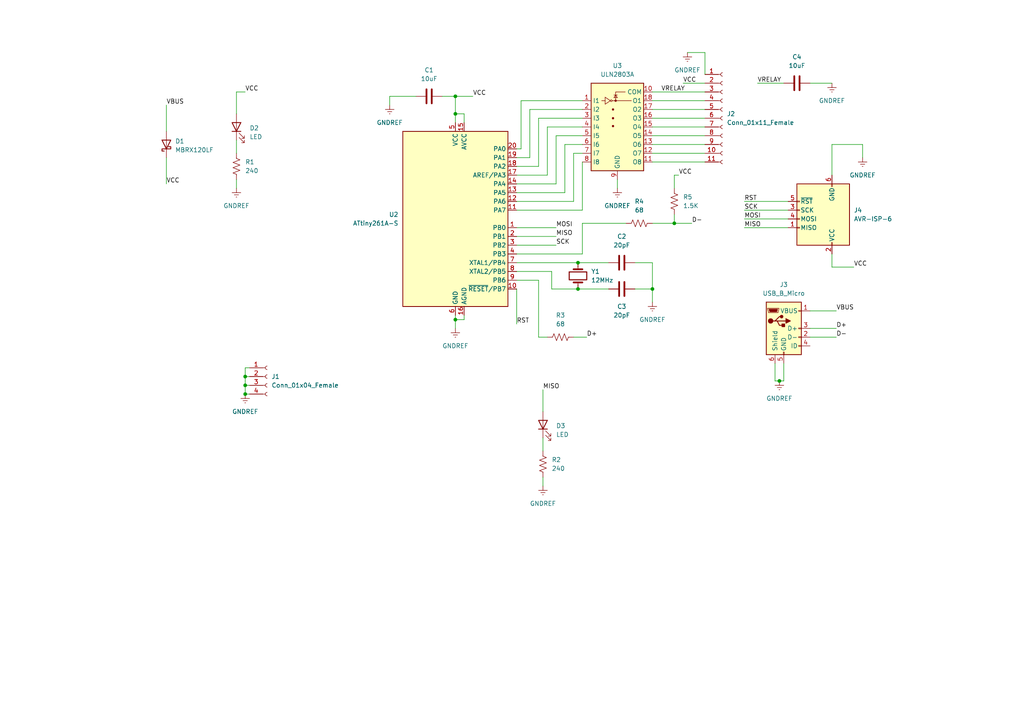
<source format=kicad_sch>
(kicad_sch (version 20211123) (generator eeschema)
  (paper "A4")
  (lib_symbols
    (symbol "Connector:AVR-ISP-6" (pin_names (offset 1.016))
      (property "Reference" "J" (at -6.35 11.43 0))
      (property "Value" "AVR-ISP-6" (at 0 11.43 0))
      (symbol "AVR-ISP-6_0_1"
        (rectangle (start -2.667 -6.858) (end -2.413 -7.62))
        (rectangle (start -2.667 10.16) (end -2.413 9.398))
        (rectangle (start 7.62 -2.413) (end 6.858 -2.667))
        (rectangle (start 7.62 0.127) (end 6.858 -0.127))
        (rectangle (start 7.62 2.667) (end 6.858 2.413))
        (rectangle (start 7.62 5.207) (end 6.858 4.953))
        (rectangle (start 7.62 10.16) (end -7.62 -7.62) (stroke (width 0.254)) (fill (type background)))
      )
      (symbol "AVR-ISP-6_1_1"
        (pin passive line (at 10.16 5.08 180) (length 2.54) (name "MISO") (number "1"))
        (pin passive line (at -2.54 12.7 270) (length 2.54) (name "VCC") (number "2"))
        (pin passive line (at 10.16 0 180) (length 2.54) (name "SCK") (number "3"))
        (pin passive line (at 10.16 2.54 180) (length 2.54) (name "MOSI") (number "4"))
        (pin passive line (at 10.16 -2.54 180) (length 2.54) (name "~{RST}") (number "5"))
        (pin passive line (at -2.54 -10.16 90) (length 2.54) (name "GND") (number "6"))
      )
    )
    (symbol "Connector:Conn_01x04_Female" (pin_names (offset 1.016) hide)
      (property "Reference" "J" (at 0 5.08 0))
      (property "Value" "Conn_01x04_Female" (at 0 -7.62 0))
      (symbol "Conn_01x04_Female_1_1"
        (arc (start 0 -4.572) (mid -0.508 -5.08) (end 0 -5.588) (stroke (width 0.1524)))
        (arc (start 0 -2.032) (mid -0.508 -2.54) (end 0 -3.048) (stroke (width 0.1524)))
        (polyline (pts (xy -1.27 -5.08) (xy -0.508 -5.08)) (stroke (width 0.1524)))
        (polyline (pts (xy -1.27 -2.54) (xy -0.508 -2.54)) (stroke (width 0.1524)))
        (polyline (pts (xy -1.27 0) (xy -0.508 0)) (stroke (width 0.1524)))
        (polyline (pts (xy -1.27 2.54) (xy -0.508 2.54)) (stroke (width 0.1524)))
        (arc (start 0 0.508) (mid -0.508 0) (end 0 -0.508) (stroke (width 0.1524)))
        (arc (start 0 3.048) (mid -0.508 2.54) (end 0 2.032) (stroke (width 0.1524)))
        (pin passive line (at -5.08 2.54 0) (length 3.81) (name "Pin_1") (number "1"))
        (pin passive line (at -5.08 0 0) (length 3.81) (name "Pin_2") (number "2"))
        (pin passive line (at -5.08 -2.54 0) (length 3.81) (name "Pin_3") (number "3"))
        (pin passive line (at -5.08 -5.08 0) (length 3.81) (name "Pin_4") (number "4"))
      )
    )
    (symbol "Connector:Conn_01x11_Female" (pin_names (offset 1.016) hide)
      (property "Reference" "J" (at 0 15.24 0))
      (property "Value" "Conn_01x11_Female" (at 0 -15.24 0))
      (symbol "Conn_01x11_Female_1_1"
        (arc (start 0 -12.192) (mid -0.508 -12.7) (end 0 -13.208) (stroke (width 0.1524)))
        (arc (start 0 -9.652) (mid -0.508 -10.16) (end 0 -10.668) (stroke (width 0.1524)))
        (arc (start 0 -7.112) (mid -0.508 -7.62) (end 0 -8.128) (stroke (width 0.1524)))
        (arc (start 0 -4.572) (mid -0.508 -5.08) (end 0 -5.588) (stroke (width 0.1524)))
        (arc (start 0 -2.032) (mid -0.508 -2.54) (end 0 -3.048) (stroke (width 0.1524)))
        (polyline (pts (xy -1.27 -12.7) (xy -0.508 -12.7)) (stroke (width 0.1524)))
        (polyline (pts (xy -1.27 -10.16) (xy -0.508 -10.16)) (stroke (width 0.1524)))
        (polyline (pts (xy -1.27 -7.62) (xy -0.508 -7.62)) (stroke (width 0.1524)))
        (polyline (pts (xy -1.27 -5.08) (xy -0.508 -5.08)) (stroke (width 0.1524)))
        (polyline (pts (xy -1.27 -2.54) (xy -0.508 -2.54)) (stroke (width 0.1524)))
        (polyline (pts (xy -1.27 0) (xy -0.508 0)) (stroke (width 0.1524)))
        (polyline (pts (xy -1.27 2.54) (xy -0.508 2.54)) (stroke (width 0.1524)))
        (polyline (pts (xy -1.27 5.08) (xy -0.508 5.08)) (stroke (width 0.1524)))
        (polyline (pts (xy -1.27 7.62) (xy -0.508 7.62)) (stroke (width 0.1524)))
        (polyline (pts (xy -1.27 10.16) (xy -0.508 10.16)) (stroke (width 0.1524)))
        (polyline (pts (xy -1.27 12.7) (xy -0.508 12.7)) (stroke (width 0.1524)))
        (arc (start 0 0.508) (mid -0.508 0) (end 0 -0.508) (stroke (width 0.1524)))
        (arc (start 0 3.048) (mid -0.508 2.54) (end 0 2.032) (stroke (width 0.1524)))
        (arc (start 0 5.588) (mid -0.508 5.08) (end 0 4.572) (stroke (width 0.1524)))
        (arc (start 0 8.128) (mid -0.508 7.62) (end 0 7.112) (stroke (width 0.1524)))
        (arc (start 0 10.668) (mid -0.508 10.16) (end 0 9.652) (stroke (width 0.1524)))
        (arc (start 0 13.208) (mid -0.508 12.7) (end 0 12.192) (stroke (width 0.1524)))
        (pin passive line (at -5.08 12.7 0) (length 3.81) (name "Pin_1") (number "1"))
        (pin passive line (at -5.08 -10.16 0) (length 3.81) (name "Pin_10") (number "10"))
        (pin passive line (at -5.08 -12.7 0) (length 3.81) (name "Pin_11") (number "11"))
        (pin passive line (at -5.08 10.16 0) (length 3.81) (name "Pin_2") (number "2"))
        (pin passive line (at -5.08 7.62 0) (length 3.81) (name "Pin_3") (number "3"))
        (pin passive line (at -5.08 5.08 0) (length 3.81) (name "Pin_4") (number "4"))
        (pin passive line (at -5.08 2.54 0) (length 3.81) (name "Pin_5") (number "5"))
        (pin passive line (at -5.08 0 0) (length 3.81) (name "Pin_6") (number "6"))
        (pin passive line (at -5.08 -2.54 0) (length 3.81) (name "Pin_7") (number "7"))
        (pin passive line (at -5.08 -5.08 0) (length 3.81) (name "Pin_8") (number "8"))
        (pin passive line (at -5.08 -7.62 0) (length 3.81) (name "Pin_9") (number "9"))
      )
    )
    (symbol "Connector:USB_B_Micro" (pin_names (offset 1.016))
      (property "Reference" "J" (at -5.08 11.43 0))
      (property "Value" "USB_B_Micro" (at -5.08 8.89 0))
      (symbol "USB_B_Micro_0_1"
        (rectangle (start -5.08 -7.62) (end 5.08 7.62) (stroke (width 0.254)) (fill (type background)))
        (circle (center -3.81 2.159) (radius 0.635) (stroke (width 0.254)) (fill (type outline)))
        (circle (center -0.635 3.429) (radius 0.381) (stroke (width 0.254)) (fill (type outline)))
        (rectangle (start -0.127 -7.62) (end 0.127 -6.858))
        (polyline (pts (xy -1.905 2.159) (xy 0.635 2.159)) (stroke (width 0.254)))
        (polyline (pts (xy -3.175 2.159) (xy -2.54 2.159) (xy -1.27 3.429) (xy -0.635 3.429)) (stroke (width 0.254)))
        (polyline (pts (xy -2.54 2.159) (xy -1.905 2.159) (xy -1.27 0.889) (xy 0 0.889)) (stroke (width 0.254)))
        (polyline (pts (xy 0.635 2.794) (xy 0.635 1.524) (xy 1.905 2.159) (xy 0.635 2.794)) (stroke (width 0.254)) (fill (type outline)))
        (polyline (pts (xy -4.318 5.588) (xy -1.778 5.588) (xy -2.032 4.826) (xy -4.064 4.826) (xy -4.318 5.588)) (fill (type outline)))
        (polyline (pts (xy -4.699 5.842) (xy -4.699 5.588) (xy -4.445 4.826) (xy -4.445 4.572) (xy -1.651 4.572) (xy -1.651 4.826) (xy -1.397 5.588) (xy -1.397 5.842) (xy -4.699 5.842)))
        (rectangle (start 0.254 1.27) (end -0.508 0.508) (stroke (width 0.254)) (fill (type outline)))
        (rectangle (start 5.08 -5.207) (end 4.318 -4.953))
        (rectangle (start 5.08 -2.667) (end 4.318 -2.413))
        (rectangle (start 5.08 -0.127) (end 4.318 0.127))
        (rectangle (start 5.08 4.953) (end 4.318 5.207))
      )
      (symbol "USB_B_Micro_1_1"
        (pin power_out line (at 7.62 5.08 180) (length 2.54) (name "VBUS") (number "1"))
        (pin bidirectional line (at 7.62 -2.54 180) (length 2.54) (name "D-") (number "2"))
        (pin bidirectional line (at 7.62 0 180) (length 2.54) (name "D+") (number "3"))
        (pin passive line (at 7.62 -5.08 180) (length 2.54) (name "ID") (number "4"))
        (pin power_out line (at 0 -10.16 90) (length 2.54) (name "GND") (number "5"))
        (pin passive line (at -2.54 -10.16 90) (length 2.54) (name "Shield") (number "6"))
      )
    )
    (symbol "Device:C" (pin_numbers hide) (pin_names (offset 0.254))
      (property "Reference" "C" (at 0.635 2.54 0))
      (property "Value" "C" (at 0.635 -2.54 0))
      (symbol "C_0_1"
        (polyline (pts (xy -2.032 -0.762) (xy 2.032 -0.762)) (stroke (width 0.508)))
        (polyline (pts (xy -2.032 0.762) (xy 2.032 0.762)) (stroke (width 0.508)))
      )
      (symbol "C_1_1"
        (pin passive line (at 0 3.81 270) (length 2.794) (name "~") (number "1"))
        (pin passive line (at 0 -3.81 90) (length 2.794) (name "~") (number "2"))
      )
    )
    (symbol "Device:Crystal" (pin_numbers hide) (pin_names (offset 1.016) hide)
      (property "Reference" "Y" (at 0 3.81 0))
      (property "Value" "Crystal" (at 0 -3.81 0))
      (symbol "Crystal_0_1"
        (rectangle (start -1.143 2.54) (end 1.143 -2.54) (stroke (width 0.3048)))
        (polyline (pts (xy -2.54 0) (xy -1.905 0)))
        (polyline (pts (xy -1.905 -1.27) (xy -1.905 1.27)) (stroke (width 0.508)))
        (polyline (pts (xy 1.905 -1.27) (xy 1.905 1.27)) (stroke (width 0.508)))
        (polyline (pts (xy 2.54 0) (xy 1.905 0)))
      )
      (symbol "Crystal_1_1"
        (pin passive line (at -3.81 0 0) (length 1.27) (name "1") (number "1"))
        (pin passive line (at 3.81 0 180) (length 1.27) (name "2") (number "2"))
      )
    )
    (symbol "Device:D_Schottky" (pin_numbers hide) (pin_names (offset 1.016) hide)
      (property "Reference" "D" (at 0 2.54 0))
      (property "Value" "D_Schottky" (at 0 -2.54 0))
      (symbol "D_Schottky_0_1"
        (polyline (pts (xy 1.27 0) (xy -1.27 0)))
        (polyline (pts (xy 1.27 1.27) (xy 1.27 -1.27) (xy -1.27 0) (xy 1.27 1.27)) (stroke (width 0.254)))
        (polyline (pts (xy -1.905 0.635) (xy -1.905 1.27) (xy -1.27 1.27) (xy -1.27 -1.27) (xy -0.635 -1.27) (xy -0.635 -0.635)) (stroke (width 0.254)))
      )
      (symbol "D_Schottky_1_1"
        (pin passive line (at -3.81 0 0) (length 2.54) (name "K") (number "1"))
        (pin passive line (at 3.81 0 180) (length 2.54) (name "A") (number "2"))
      )
    )
    (symbol "Device:LED" (pin_numbers hide) (pin_names (offset 1.016) hide)
      (property "Reference" "D" (at 0 2.54 0))
      (property "Value" "LED" (at 0 -2.54 0))
      (symbol "LED_0_1"
        (polyline (pts (xy -1.27 -1.27) (xy -1.27 1.27)) (stroke (width 0.254)))
        (polyline (pts (xy -1.27 0) (xy 1.27 0)))
        (polyline (pts (xy 1.27 -1.27) (xy 1.27 1.27) (xy -1.27 0) (xy 1.27 -1.27)) (stroke (width 0.254)))
        (polyline (pts (xy -3.048 -0.762) (xy -4.572 -2.286) (xy -3.81 -2.286) (xy -4.572 -2.286) (xy -4.572 -1.524)))
        (polyline (pts (xy -1.778 -0.762) (xy -3.302 -2.286) (xy -2.54 -2.286) (xy -3.302 -2.286) (xy -3.302 -1.524)))
      )
      (symbol "LED_1_1"
        (pin passive line (at -3.81 0 0) (length 2.54) (name "K") (number "1"))
        (pin passive line (at 3.81 0 180) (length 2.54) (name "A") (number "2"))
      )
    )
    (symbol "Device:R_US" (pin_numbers hide) (pin_names (offset 0))
      (property "Reference" "R" (at 2.54 0 90))
      (property "Value" "R_US" (at -2.54 0 90))
      (symbol "R_US_0_1"
        (polyline (pts (xy 0 -2.286) (xy 0 -2.54)))
        (polyline (pts (xy 0 2.286) (xy 0 2.54)))
        (polyline (pts (xy 0 -0.762) (xy 1.016 -1.143) (xy 0 -1.524) (xy -1.016 -1.905) (xy 0 -2.286)))
        (polyline (pts (xy 0 0.762) (xy 1.016 0.381) (xy 0 0) (xy -1.016 -0.381) (xy 0 -0.762)))
        (polyline (pts (xy 0 2.286) (xy 1.016 1.905) (xy 0 1.524) (xy -1.016 1.143) (xy 0 0.762)))
      )
      (symbol "R_US_1_1"
        (pin passive line (at 0 3.81 270) (length 1.27) (name "~") (number "1"))
        (pin passive line (at 0 -3.81 90) (length 1.27) (name "~") (number "2"))
      )
    )
    (symbol "MCU_Microchip_ATtiny:ATtiny261A-S"
      (property "Reference" "U" (at -15.24 26.67 0))
      (property "Value" "ATtiny261A-S" (at 5.08 -26.67 0))
      (symbol "ATtiny261A-S_0_1"
        (rectangle (start -15.24 -25.4) (end 15.24 25.4) (stroke (width 0.254)) (fill (type background)))
      )
      (symbol "ATtiny261A-S_1_1"
        (pin bidirectional line (at 17.78 -2.54 180) (length 2.54) (name "PB0") (number "1"))
        (pin bidirectional line (at 17.78 -20.32 180) (length 2.54) (name "~{RESET}/PB7") (number "10"))
        (pin bidirectional line (at 17.78 2.54 180) (length 2.54) (name "PA7") (number "11"))
        (pin bidirectional line (at 17.78 5.08 180) (length 2.54) (name "PA6") (number "12"))
        (pin bidirectional line (at 17.78 7.62 180) (length 2.54) (name "PA5") (number "13"))
        (pin bidirectional line (at 17.78 10.16 180) (length 2.54) (name "PA4") (number "14"))
        (pin power_in line (at 2.54 27.94 270) (length 2.54) (name "AVCC") (number "15"))
        (pin power_in line (at 2.54 -27.94 90) (length 2.54) (name "AGND") (number "16"))
        (pin bidirectional line (at 17.78 12.7 180) (length 2.54) (name "AREF/PA3") (number "17"))
        (pin bidirectional line (at 17.78 15.24 180) (length 2.54) (name "PA2") (number "18"))
        (pin bidirectional line (at 17.78 17.78 180) (length 2.54) (name "PA1") (number "19"))
        (pin bidirectional line (at 17.78 -5.08 180) (length 2.54) (name "PB1") (number "2"))
        (pin bidirectional line (at 17.78 20.32 180) (length 2.54) (name "PA0") (number "20"))
        (pin bidirectional line (at 17.78 -7.62 180) (length 2.54) (name "PB2") (number "3"))
        (pin bidirectional line (at 17.78 -10.16 180) (length 2.54) (name "PB3") (number "4"))
        (pin power_in line (at 0 27.94 270) (length 2.54) (name "VCC") (number "5"))
        (pin power_in line (at 0 -27.94 90) (length 2.54) (name "GND") (number "6"))
        (pin bidirectional line (at 17.78 -12.7 180) (length 2.54) (name "XTAL1/PB4") (number "7"))
        (pin bidirectional line (at 17.78 -15.24 180) (length 2.54) (name "XTAL2/PB5") (number "8"))
        (pin bidirectional line (at 17.78 -17.78 180) (length 2.54) (name "PB6") (number "9"))
      )
    )
    (symbol "Transistor_Array:ULN2803A"
      (property "Reference" "U" (at 0 13.335 0))
      (property "Value" "ULN2803A" (at 0 11.43 0))
      (symbol "ULN2803A_0_1"
        (rectangle (start -7.62 -15.24) (end 7.62 10.16) (stroke (width 0.254)) (fill (type background)))
        (circle (center -1.778 5.08) (radius 0.254))
        (circle (center -1.27 -2.286) (radius 0.254) (fill (type outline)))
        (circle (center -1.27 0) (radius 0.254) (fill (type outline)))
        (circle (center -1.27 2.54) (radius 0.254) (fill (type outline)))
        (circle (center -0.508 5.08) (radius 0.254) (fill (type outline)))
        (polyline (pts (xy -4.572 5.08) (xy -3.556 5.08)))
        (polyline (pts (xy -1.524 5.08) (xy 4.064 5.08)))
        (polyline (pts (xy 0 6.731) (xy -1.016 6.731)))
        (polyline (pts (xy -0.508 5.08) (xy -0.508 7.62) (xy 2.286 7.62)))
        (polyline (pts (xy -3.556 6.096) (xy -3.556 4.064) (xy -2.032 5.08) (xy -3.556 6.096)))
        (polyline (pts (xy 0 5.969) (xy -1.016 5.969) (xy -0.508 6.731) (xy 0 5.969)))
      )
      (symbol "ULN2803A_1_1"
        (pin input line (at -10.16 5.08 0) (length 2.54) (name "I1") (number "1"))
        (pin passive line (at 10.16 7.62 180) (length 2.54) (name "COM") (number "10"))
        (pin open_collector line (at 10.16 -12.7 180) (length 2.54) (name "O8") (number "11"))
        (pin open_collector line (at 10.16 -10.16 180) (length 2.54) (name "O7") (number "12"))
        (pin open_collector line (at 10.16 -7.62 180) (length 2.54) (name "O6") (number "13"))
        (pin open_collector line (at 10.16 -5.08 180) (length 2.54) (name "O5") (number "14"))
        (pin open_collector line (at 10.16 -2.54 180) (length 2.54) (name "O4") (number "15"))
        (pin open_collector line (at 10.16 0 180) (length 2.54) (name "O3") (number "16"))
        (pin open_collector line (at 10.16 2.54 180) (length 2.54) (name "O2") (number "17"))
        (pin open_collector line (at 10.16 5.08 180) (length 2.54) (name "O1") (number "18"))
        (pin input line (at -10.16 2.54 0) (length 2.54) (name "I2") (number "2"))
        (pin input line (at -10.16 0 0) (length 2.54) (name "I3") (number "3"))
        (pin input line (at -10.16 -2.54 0) (length 2.54) (name "I4") (number "4"))
        (pin input line (at -10.16 -5.08 0) (length 2.54) (name "I5") (number "5"))
        (pin input line (at -10.16 -7.62 0) (length 2.54) (name "I6") (number "6"))
        (pin input line (at -10.16 -10.16 0) (length 2.54) (name "I7") (number "7"))
        (pin input line (at -10.16 -12.7 0) (length 2.54) (name "I8") (number "8"))
        (pin power_in line (at 0 -17.78 90) (length 2.54) (name "GND") (number "9"))
      )
    )
    (symbol "power:GNDREF" (power) (pin_names (offset 0))
      (property "Value" "GNDREF" (at 0 -3.81 0))
      (symbol "GNDREF_0_1"
        (polyline (pts (xy -0.635 -1.905) (xy 0.635 -1.905)))
        (polyline (pts (xy -0.127 -2.54) (xy 0.127 -2.54)))
        (polyline (pts (xy 0 -1.27) (xy 0 0)))
        (polyline (pts (xy 1.27 -1.27) (xy -1.27 -1.27)))
      )
      (symbol "GNDREF_1_1"
        (pin power_in line (at 0 0 270) (length 0) hide (name "GNDREF") (number "1"))
      )
    )
  )
  (junction (at 167.64 83.82))
  (junction (at 195.58 64.77))
  (junction (at 189.23 83.82))
  (junction (at 71.12 109.22))
  (junction (at 132.08 92.71))
  (junction (at 226.06 110.49))
  (junction (at 132.08 33.02))
  (junction (at 167.64 76.2))
  (junction (at 71.12 111.76))
  (junction (at 132.08 27.94))
  (junction (at 71.12 114.3))
  (wire (pts (xy 241.3 50.8) (xy 241.3 41.91)))
  (wire (pts (xy 168.91 46.99) (xy 168.91 60.96)))
  (wire (pts (xy 71.12 106.68) (xy 71.12 109.22)))
  (wire (pts (xy 48.26 30.48) (xy 48.26 38.1)))
  (wire (pts (xy 189.23 34.29) (xy 204.47 34.29)))
  (wire (pts (xy 48.26 45.72) (xy 48.26 53.34)))
  (wire (pts (xy 189.23 44.45) (xy 204.47 44.45)))
  (wire (pts (xy 157.48 138.43) (xy 157.48 140.97)))
  (wire (pts (xy 72.39 106.68) (xy 71.12 106.68)))
  (wire (pts (xy 167.64 76.2) (xy 176.53 76.2)))
  (wire (pts (xy 68.58 40.64) (xy 68.58 44.45)))
  (wire (pts (xy 166.37 97.79) (xy 170.18 97.79)))
  (wire (pts (xy 132.08 92.71) (xy 132.08 95.25)))
  (wire (pts (xy 153.67 45.72) (xy 153.67 31.75)))
  (wire (pts (xy 189.23 31.75) (xy 204.47 31.75)))
  (wire (pts (xy 204.47 21.59) (xy 204.47 15.24)))
  (wire (pts (xy 120.65 27.94) (xy 113.03 27.94)))
  (wire (pts (xy 161.29 39.37) (xy 161.29 53.34)))
  (wire (pts (xy 156.21 81.28) (xy 156.21 97.79)))
  (wire (pts (xy 184.15 76.2) (xy 189.23 76.2)))
  (wire (pts (xy 149.86 50.8) (xy 158.75 50.8)))
  (wire (pts (xy 153.67 31.75) (xy 168.91 31.75)))
  (wire (pts (xy 149.86 73.66) (xy 168.91 73.66)))
  (wire (pts (xy 224.79 110.49) (xy 226.06 110.49)))
  (wire (pts (xy 189.23 26.67) (xy 204.47 26.67)))
  (wire (pts (xy 149.86 68.58) (xy 161.29 68.58)))
  (wire (pts (xy 179.07 52.07) (xy 179.07 54.61)))
  (wire (pts (xy 158.75 36.83) (xy 168.91 36.83)))
  (wire (pts (xy 227.33 105.41) (xy 227.33 110.49)))
  (wire (pts (xy 134.62 92.71) (xy 134.62 91.44)))
  (wire (pts (xy 168.91 73.66) (xy 168.91 64.77)))
  (wire (pts (xy 134.62 33.02) (xy 132.08 33.02)))
  (wire (pts (xy 149.86 83.82) (xy 149.86 93.98)))
  (wire (pts (xy 198.12 24.13) (xy 204.47 24.13)))
  (wire (pts (xy 156.21 48.26) (xy 149.86 48.26)))
  (wire (pts (xy 157.48 127) (xy 157.48 130.81)))
  (wire (pts (xy 149.86 76.2) (xy 167.64 76.2)))
  (wire (pts (xy 241.3 41.91) (xy 250.19 41.91)))
  (wire (pts (xy 151.13 43.18) (xy 151.13 29.21)))
  (wire (pts (xy 151.13 29.21) (xy 168.91 29.21)))
  (wire (pts (xy 189.23 41.91) (xy 204.47 41.91)))
  (wire (pts (xy 227.33 110.49) (xy 226.06 110.49)))
  (wire (pts (xy 132.08 92.71) (xy 134.62 92.71)))
  (wire (pts (xy 195.58 50.8) (xy 195.58 54.61)))
  (wire (pts (xy 149.86 53.34) (xy 161.29 53.34)))
  (wire (pts (xy 149.86 43.18) (xy 151.13 43.18)))
  (wire (pts (xy 149.86 81.28) (xy 156.21 81.28)))
  (wire (pts (xy 215.9 63.5) (xy 228.6 63.5)))
  (wire (pts (xy 149.86 71.12) (xy 161.29 71.12)))
  (wire (pts (xy 113.03 27.94) (xy 113.03 30.48)))
  (wire (pts (xy 167.64 83.82) (xy 160.02 83.82)))
  (wire (pts (xy 219.71 24.13) (xy 227.33 24.13)))
  (wire (pts (xy 163.83 41.91) (xy 168.91 41.91)))
  (wire (pts (xy 195.58 62.23) (xy 195.58 64.77)))
  (wire (pts (xy 189.23 64.77) (xy 195.58 64.77)))
  (wire (pts (xy 189.23 29.21) (xy 204.47 29.21)))
  (wire (pts (xy 215.9 60.96) (xy 228.6 60.96)))
  (wire (pts (xy 196.85 50.8) (xy 195.58 50.8)))
  (wire (pts (xy 132.08 33.02) (xy 132.08 27.94)))
  (wire (pts (xy 158.75 50.8) (xy 158.75 36.83)))
  (wire (pts (xy 199.39 15.24) (xy 204.47 15.24)))
  (wire (pts (xy 149.86 58.42) (xy 166.37 58.42)))
  (wire (pts (xy 71.12 109.22) (xy 71.12 111.76)))
  (wire (pts (xy 128.27 27.94) (xy 132.08 27.94)))
  (wire (pts (xy 149.86 60.96) (xy 168.91 60.96)))
  (wire (pts (xy 234.95 95.25) (xy 242.57 95.25)))
  (wire (pts (xy 149.86 45.72) (xy 153.67 45.72)))
  (wire (pts (xy 156.21 34.29) (xy 156.21 48.26)))
  (wire (pts (xy 68.58 33.02) (xy 68.58 26.67)))
  (wire (pts (xy 234.95 90.17) (xy 242.57 90.17)))
  (wire (pts (xy 166.37 58.42) (xy 166.37 44.45)))
  (wire (pts (xy 189.23 46.99) (xy 204.47 46.99)))
  (wire (pts (xy 132.08 27.94) (xy 137.16 27.94)))
  (wire (pts (xy 160.02 78.74) (xy 149.86 78.74)))
  (wire (pts (xy 149.86 55.88) (xy 163.83 55.88)))
  (wire (pts (xy 149.86 66.04) (xy 161.29 66.04)))
  (wire (pts (xy 241.3 77.47) (xy 247.65 77.47)))
  (wire (pts (xy 184.15 83.82) (xy 189.23 83.82)))
  (wire (pts (xy 134.62 35.56) (xy 134.62 33.02)))
  (wire (pts (xy 189.23 36.83) (xy 204.47 36.83)))
  (wire (pts (xy 167.64 83.82) (xy 176.53 83.82)))
  (wire (pts (xy 132.08 91.44) (xy 132.08 92.71)))
  (wire (pts (xy 163.83 55.88) (xy 163.83 41.91)))
  (wire (pts (xy 71.12 111.76) (xy 71.12 114.3)))
  (wire (pts (xy 71.12 114.3) (xy 72.39 114.3)))
  (wire (pts (xy 160.02 83.82) (xy 160.02 78.74)))
  (wire (pts (xy 224.79 105.41) (xy 224.79 110.49)))
  (wire (pts (xy 71.12 109.22) (xy 72.39 109.22)))
  (wire (pts (xy 168.91 64.77) (xy 181.61 64.77)))
  (wire (pts (xy 68.58 26.67) (xy 71.12 26.67)))
  (wire (pts (xy 215.9 58.42) (xy 228.6 58.42)))
  (wire (pts (xy 71.12 111.76) (xy 72.39 111.76)))
  (wire (pts (xy 189.23 83.82) (xy 189.23 87.63)))
  (wire (pts (xy 234.95 97.79) (xy 242.57 97.79)))
  (wire (pts (xy 68.58 52.07) (xy 68.58 54.61)))
  (wire (pts (xy 234.95 24.13) (xy 241.3 24.13)))
  (wire (pts (xy 241.3 73.66) (xy 241.3 77.47)))
  (wire (pts (xy 157.48 119.38) (xy 157.48 113.03)))
  (wire (pts (xy 156.21 97.79) (xy 158.75 97.79)))
  (wire (pts (xy 215.9 66.04) (xy 228.6 66.04)))
  (wire (pts (xy 189.23 76.2) (xy 189.23 83.82)))
  (wire (pts (xy 156.21 34.29) (xy 168.91 34.29)))
  (wire (pts (xy 132.08 35.56) (xy 132.08 33.02)))
  (wire (pts (xy 161.29 39.37) (xy 168.91 39.37)))
  (wire (pts (xy 195.58 64.77) (xy 200.66 64.77)))
  (wire (pts (xy 250.19 41.91) (xy 250.19 45.72)))
  (wire (pts (xy 189.23 39.37) (xy 204.47 39.37)))
  (wire (pts (xy 166.37 44.45) (xy 168.91 44.45)))
  (label "VCC" (at 137.16 27.94 0))
  (label "MISO" (at 215.9 66.04 0))
  (label "MISO" (at 161.29 68.58 0))
  (label "RST" (at 149.86 93.98 0))
  (label "VCC" (at 71.12 26.67 0))
  (label "VBUS" (at 242.57 90.17 0))
  (label "D-" (at 200.66 64.77 0))
  (label "VRELAY" (at 191.77 26.67 0))
  (label "MISO" (at 157.48 113.03 0))
  (label "D-" (at 242.57 97.79 0))
  (label "SCK" (at 215.9 60.96 0))
  (label "VCC" (at 198.12 24.13 0))
  (label "VCC" (at 48.26 53.34 0))
  (label "VBUS" (at 48.26 30.48 0))
  (label "D+" (at 170.18 97.79 0))
  (label "D+" (at 242.57 95.25 0))
  (label "SCK" (at 161.29 71.12 0))
  (label "VRELAY" (at 219.71 24.13 0))
  (label "MOSI" (at 215.9 63.5 0))
  (label "VCC" (at 196.85 50.8 0))
  (label "MOSI" (at 161.29 66.04 0))
  (label "RST" (at 215.9 58.42 0))
  (label "VCC" (at 247.65 77.47 0))
  (symbol (lib_id "power:GNDREF") (at 132.08 95.25 0) (unit 1)
    (property "Reference" "#PWR04" (effects hide))
    (property "Value" "GNDREF" (at 132.08 100.33 0))
  )
  (symbol (lib_id "power:GNDREF") (at 241.3 24.13 0) (unit 1)
    (property "Reference" "#PWR010" (effects hide))
    (property "Value" "GNDREF" (at 241.3 29.21 0))
  )
  (symbol (lib_id "Device:C") (at 180.34 83.82 90) (unit 1)
    (property "Reference" "C3" (at 180.34 88.9 90))
    (property "Value" "20pF" (at 180.34 91.44 90))
    (property "Footprint" "Capacitor_SMD:C_0603_1608Metric_Pad1.08x0.95mm_HandSolder" (effects hide))
  )
  (symbol (lib_id "Device:C") (at 231.14 24.13 90) (unit 1)
    (property "Reference" "C4" (at 231.14 16.51 90))
    (property "Value" "10uF" (at 231.14 19.05 90))
    (property "Footprint" "Capacitor_SMD:C_0603_1608Metric_Pad1.08x0.95mm_HandSolder" (effects hide))
  )
  (symbol (lib_id "Device:LED") (at 157.48 123.19 90) (unit 1)
    (property "Reference" "D3" (at 161.29 123.5074 90) (effects (justify right)))
    (property "Value" "LED" (at 161.29 126.0474 90) (effects (justify right)))
    (property "Footprint" "LED_SMD:LED_0603_1608Metric_Pad1.05x0.95mm_HandSolder" (effects hide))
  )
  (symbol (lib_id "Device:Crystal") (at 167.64 80.01 90) (unit 1)
    (property "Reference" "Y1" (at 171.45 78.7399 90) (effects (justify right)))
    (property "Value" "12MHz" (at 171.45 81.2799 90) (effects (justify right)))
    (property "Footprint" "Crystal:Crystal_SMD_HC49-SD_HandSoldering" (effects hide))
  )
  (symbol (lib_id "Connector:Conn_01x11_Female") (at 209.55 34.29 0) (unit 1)
    (property "Reference" "J2" (at 210.82 33.0199 0) (effects (justify left)))
    (property "Value" "Conn_01x11_Female" (at 210.82 35.5599 0) (effects (justify left)))
    (property "Footprint" "Connector_PinHeader_2.54mm:PinHeader_1x11_P2.54mm_Vertical" (effects hide))
  )
  (symbol (lib_id "Device:C") (at 180.34 76.2 90) (unit 1)
    (property "Reference" "C2" (at 180.34 68.58 90))
    (property "Value" "20pF" (at 180.34 71.12 90))
    (property "Footprint" "Capacitor_SMD:C_0603_1608Metric_Pad1.08x0.95mm_HandSolder" (effects hide))
  )
  (symbol (lib_id "Device:R_US") (at 185.42 64.77 90) (unit 1)
    (property "Reference" "R4" (at 185.42 58.42 90))
    (property "Value" "68" (at 185.42 60.96 90))
    (property "Footprint" "Resistor_SMD:R_0603_1608Metric_Pad0.98x0.95mm_HandSolder" (effects hide))
  )
  (symbol (lib_id "Device:R_US") (at 162.56 97.79 90) (unit 1)
    (property "Reference" "R3" (at 162.56 91.44 90))
    (property "Value" "68" (at 162.56 93.98 90))
    (property "Footprint" "Resistor_SMD:R_0603_1608Metric_Pad0.98x0.95mm_HandSolder" (effects hide))
  )
  (symbol (lib_id "power:GNDREF") (at 157.48 140.97 0) (unit 1)
    (property "Reference" "#PWR05" (effects hide))
    (property "Value" "GNDREF" (at 157.48 146.05 0))
  )
  (symbol (lib_id "Device:LED") (at 68.58 36.83 90) (unit 1)
    (property "Reference" "D2" (at 72.39 37.1474 90) (effects (justify right)))
    (property "Value" "LED" (at 72.39 39.6874 90) (effects (justify right)))
    (property "Footprint" "LED_SMD:LED_0603_1608Metric_Pad1.05x0.95mm_HandSolder" (effects hide))
  )
  (symbol (lib_id "Device:R_US") (at 68.58 48.26 0) (unit 1)
    (property "Reference" "R1" (at 71.12 46.9899 0) (effects (justify left)))
    (property "Value" "240" (at 71.12 49.5299 0) (effects (justify left)))
    (property "Footprint" "Resistor_SMD:R_0603_1608Metric_Pad0.98x0.95mm_HandSolder" (effects hide))
  )
  (symbol (lib_id "Connector:Conn_01x04_Female") (at 77.47 109.22 0) (unit 1)
    (property "Reference" "J1" (at 78.74 109.2199 0) (effects (justify left)))
    (property "Value" "Conn_01x04_Female" (at 78.74 111.7599 0) (effects (justify left)))
    (property "Footprint" "Connector_PinHeader_2.54mm:PinHeader_1x04_P2.54mm_Vertical" (effects hide))
  )
  (symbol (lib_id "power:GNDREF") (at 250.19 45.72 0) (unit 1)
    (property "Reference" "#PWR011" (effects hide))
    (property "Value" "GNDREF" (at 250.19 50.8 0))
  )
  (symbol (lib_id "Device:R_US") (at 195.58 58.42 180) (unit 1)
    (property "Reference" "R5" (at 198.12 57.1499 0) (effects (justify right)))
    (property "Value" "1.5K" (at 198.12 59.6899 0) (effects (justify right)))
    (property "Footprint" "Resistor_SMD:R_0603_1608Metric_Pad0.98x0.95mm_HandSolder" (effects hide))
  )
  (symbol (lib_id "MCU_Microchip_ATtiny:ATtiny261A-S") (at 132.08 63.5 0) (unit 1)
    (property "Reference" "U2" (at 115.57 62.2299 0) (effects (justify right)))
    (property "Value" "ATtiny261A-S" (at 115.57 64.7699 0) (effects (justify right)))
    (property "Footprint" "Package_SO:SOIC-20W_7.5x12.8mm_P1.27mm" (effects hide))
    (property "Datasheet" "http://ww1.microchip.com/downloads/en/DeviceDoc/doc8197.pdf" (effects hide))
  )
  (symbol (lib_id "power:GNDREF") (at 226.06 110.49 0) (unit 1)
    (property "Reference" "#PWR09" (effects hide))
    (property "Value" "GNDREF" (at 226.06 115.57 0))
  )
  (symbol (lib_id "power:GNDREF") (at 113.03 30.48 0) (unit 1)
    (property "Reference" "#PWR03" (effects hide))
    (property "Value" "GNDREF" (at 113.03 35.56 0))
  )
  (symbol (lib_id "Device:C") (at 124.46 27.94 90) (unit 1)
    (property "Reference" "C1" (at 124.46 20.32 90))
    (property "Value" "10uF" (at 124.46 22.86 90))
    (property "Footprint" "Capacitor_SMD:C_0603_1608Metric_Pad1.08x0.95mm_HandSolder" (effects hide))
  )
  (symbol (lib_id "power:GNDREF") (at 71.12 114.3 0) (unit 1)
    (property "Reference" "#PWR02" (effects hide))
    (property "Value" "GNDREF" (at 71.12 119.38 0))
  )
  (symbol (lib_id "Device:D_Schottky") (at 48.26 41.91 90) (unit 1)
    (property "Reference" "D1" (at 50.8 40.9574 90) (effects (justify right)))
    (property "Value" "MBRX120LF" (at 50.8 43.4974 90) (effects (justify right)))
    (property "Footprint" "Diode_SMD:D_SOD-123" (effects hide))
  )
  (symbol (lib_id "Connector:AVR-ISP-6") (at 238.76 60.96 180) (unit 1)
    (property "Reference" "J4" (at 247.65 60.9599 0) (effects (justify right)))
    (property "Value" "AVR-ISP-6" (at 247.65 63.4999 0) (effects (justify right)))
    (property "Footprint" "Connector_PinHeader_2.54mm:PinHeader_2x03_P2.54mm_Vertical" (effects hide))
    (property "Datasheet" " ~" (effects hide))
  )
  (symbol (lib_id "power:GNDREF") (at 199.39 15.24 0) (unit 1)
    (property "Reference" "#PWR08" (effects hide))
    (property "Value" "GNDREF" (at 199.39 20.32 0))
  )
  (symbol (lib_id "Transistor_Array:ULN2803A") (at 179.07 34.29 0) (unit 1)
    (property "Reference" "U3" (at 179.07 19.05 0))
    (property "Value" "ULN2803A" (at 179.07 21.59 0))
    (property "Footprint" "Package_SO:SOIC-18W_7.5x11.6mm_P1.27mm" (effects hide))
    (property "Datasheet" "http://www.ti.com/lit/ds/symlink/uln2803a.pdf" (effects hide))
  )
  (symbol (lib_id "Connector:USB_B_Micro") (at 227.33 95.25 0) (unit 1)
    (property "Reference" "J3" (at 227.33 82.55 0))
    (property "Value" "USB_B_Micro" (at 227.33 85.09 0))
    (property "Footprint" "Connector_USB:USB_Micro-B_Wuerth_629105150521" (effects hide))
  )
  (symbol (lib_id "Device:R_US") (at 157.48 134.62 0) (unit 1)
    (property "Reference" "R2" (at 160.02 133.3499 0) (effects (justify left)))
    (property "Value" "240" (at 160.02 135.8899 0) (effects (justify left)))
    (property "Footprint" "Resistor_SMD:R_0603_1608Metric_Pad0.98x0.95mm_HandSolder" (effects hide))
  )
  (symbol (lib_id "power:GNDREF") (at 189.23 87.63 0) (unit 1)
    (property "Reference" "#PWR07" (effects hide))
    (property "Value" "GNDREF" (at 189.23 92.71 0))
  )
  (symbol (lib_id "power:GNDREF") (at 179.07 54.61 0) (unit 1)
    (property "Reference" "#PWR06" (effects hide))
    (property "Value" "GNDREF" (at 179.07 59.69 0))
  )
  (symbol (lib_id "power:GNDREF") (at 68.58 54.61 0) (unit 1)
    (property "Reference" "#PWR01" (effects hide))
    (property "Value" "GNDREF" (at 68.58 59.69 0))
  )
)
</source>
